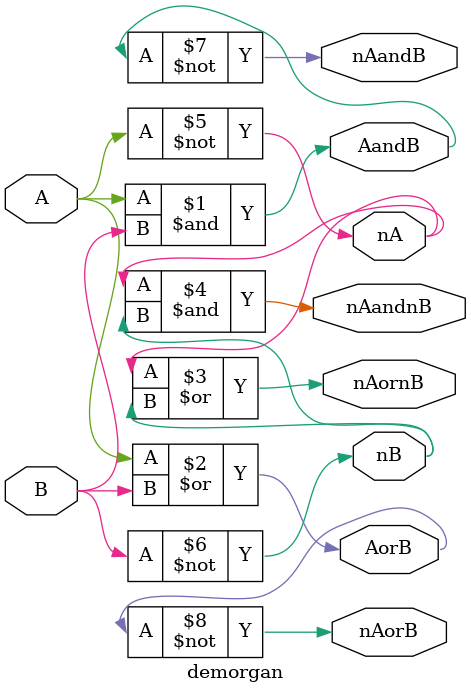
<source format=v>
module demorgan
(
  input  A,          // Single bit inputs
  input  B,

  output nA,         // Inverted intermediate inputs
  output nB,

  output AorB,       // Intermediate outputs
  output AandB,

  output nAandB,     // Single bit output, ~(A*B)
  output nAornB,     // Single bit output, (~A)+(~B)
  output nAorB,      // Single bit output, ~(A+B)
  output nAandnB     // Single bit output, (~A)*(~B)
);

  wire nA;
  wire nB;

  not Ainv(nA, A);  	// Invert the inputs and output nA/nB
  not Binv(nB, B);

  and andgate(AandB, A, B); // Intermediate gates before being inverted
  or orgate(AorB, A, B);

  not AorBinv(nAandB, AandB);     // NOT gate produces nAandB from AandB
  or orgate(nAornB, nA, nB);      // OR gate produces nAornB from nA and nB
  not AorBinv(nAorB, AorB);       // NOT gate produces nAorB from AorB
  and andgate(nAandnB, nA, nB); 	// AND gate produces nAandnB from nA and nB

endmodule
</source>
